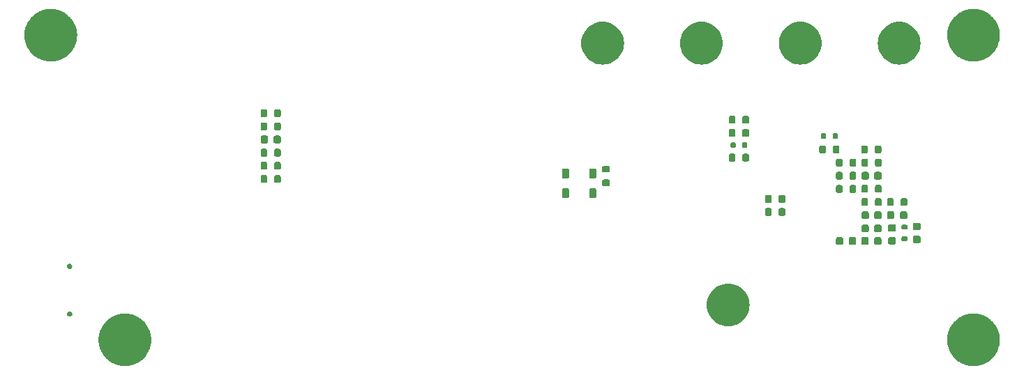
<source format=gbs>
G04 #@! TF.GenerationSoftware,KiCad,Pcbnew,7.0.8*
G04 #@! TF.CreationDate,2023-11-12T21:10:40-08:00*
G04 #@! TF.ProjectId,bms,626d732e-6b69-4636-9164-5f7063625858,V1*
G04 #@! TF.SameCoordinates,Original*
G04 #@! TF.FileFunction,Soldermask,Bot*
G04 #@! TF.FilePolarity,Negative*
%FSLAX46Y46*%
G04 Gerber Fmt 4.6, Leading zero omitted, Abs format (unit mm)*
G04 Created by KiCad (PCBNEW 7.0.8) date 2023-11-12 21:10:40*
%MOMM*%
%LPD*%
G01*
G04 APERTURE LIST*
G04 APERTURE END LIST*
G36*
X101584617Y-112804752D02*
G01*
X101673237Y-112804752D01*
X101767863Y-112815042D01*
X101858286Y-112820121D01*
X101936052Y-112833334D01*
X102017695Y-112842213D01*
X102117132Y-112864100D01*
X102212067Y-112880231D01*
X102282190Y-112900432D01*
X102356078Y-112916697D01*
X102458904Y-112951343D01*
X102556893Y-112979573D01*
X102618829Y-113005227D01*
X102684420Y-113027328D01*
X102789066Y-113075743D01*
X102888428Y-113116900D01*
X102941885Y-113146444D01*
X102998879Y-113172813D01*
X103103601Y-113235822D01*
X103202503Y-113290483D01*
X103247429Y-113322360D01*
X103295766Y-113351443D01*
X103398711Y-113429700D01*
X103495167Y-113498139D01*
X103531765Y-113530845D01*
X103571599Y-113561126D01*
X103670795Y-113655090D01*
X103762742Y-113737258D01*
X103791434Y-113769364D01*
X103823139Y-113799397D01*
X103916559Y-113909380D01*
X104001861Y-114004833D01*
X104023285Y-114035028D01*
X104047451Y-114063478D01*
X104133041Y-114189715D01*
X104209517Y-114297497D01*
X104224498Y-114324603D01*
X104241891Y-114350256D01*
X104317594Y-114493048D01*
X104383100Y-114611572D01*
X104392633Y-114634588D01*
X104404189Y-114656384D01*
X104468007Y-114816555D01*
X104520427Y-114943107D01*
X104525640Y-114961202D01*
X104532433Y-114978251D01*
X104582458Y-115158425D01*
X104619769Y-115287933D01*
X104621901Y-115300483D01*
X104625129Y-115312108D01*
X104659534Y-115521976D01*
X104679879Y-115641714D01*
X104680251Y-115648344D01*
X104681183Y-115654027D01*
X104698292Y-115969602D01*
X104700000Y-116000000D01*
X104698292Y-116030400D01*
X104681183Y-116345972D01*
X104680251Y-116351654D01*
X104679879Y-116358286D01*
X104659530Y-116478050D01*
X104625129Y-116687891D01*
X104621901Y-116699514D01*
X104619769Y-116712067D01*
X104582451Y-116841601D01*
X104532433Y-117021748D01*
X104525641Y-117038794D01*
X104520427Y-117056893D01*
X104467997Y-117183469D01*
X104404189Y-117343615D01*
X104392635Y-117365407D01*
X104383100Y-117388428D01*
X104317581Y-117506975D01*
X104241891Y-117649743D01*
X104224501Y-117675390D01*
X104209517Y-117702503D01*
X104133026Y-117810306D01*
X104047451Y-117936521D01*
X104023290Y-117964965D01*
X104001861Y-117995167D01*
X103916542Y-118090638D01*
X103823139Y-118200602D01*
X103791439Y-118230628D01*
X103762742Y-118262742D01*
X103670777Y-118344926D01*
X103571599Y-118438873D01*
X103531772Y-118469147D01*
X103495167Y-118501861D01*
X103398692Y-118570313D01*
X103295766Y-118648556D01*
X103247439Y-118677633D01*
X103202503Y-118709517D01*
X103103581Y-118764188D01*
X102998879Y-118827186D01*
X102941896Y-118853549D01*
X102888428Y-118883100D01*
X102789046Y-118924265D01*
X102684420Y-118972671D01*
X102618842Y-118994766D01*
X102556893Y-119020427D01*
X102458884Y-119048662D01*
X102356078Y-119083302D01*
X102282204Y-119099562D01*
X102212067Y-119119769D01*
X102117112Y-119135902D01*
X102017695Y-119157786D01*
X101936064Y-119166663D01*
X101858286Y-119179879D01*
X101767858Y-119184957D01*
X101673237Y-119195248D01*
X101584617Y-119195248D01*
X101500000Y-119200000D01*
X101415383Y-119195248D01*
X101326763Y-119195248D01*
X101232141Y-119184957D01*
X101141714Y-119179879D01*
X101063936Y-119166664D01*
X100982304Y-119157786D01*
X100882883Y-119135901D01*
X100787933Y-119119769D01*
X100717798Y-119099563D01*
X100643921Y-119083302D01*
X100541109Y-119048660D01*
X100443107Y-119020427D01*
X100381162Y-118994768D01*
X100315579Y-118972671D01*
X100210944Y-118924261D01*
X100111572Y-118883100D01*
X100058108Y-118853552D01*
X100001120Y-118827186D01*
X99896406Y-118764182D01*
X99797497Y-118709517D01*
X99752566Y-118677637D01*
X99704233Y-118648556D01*
X99601292Y-118570302D01*
X99504833Y-118501861D01*
X99468232Y-118469153D01*
X99428400Y-118438873D01*
X99329205Y-118344910D01*
X99237258Y-118262742D01*
X99208565Y-118230635D01*
X99176860Y-118200602D01*
X99083437Y-118090616D01*
X98998139Y-117995167D01*
X98976714Y-117964972D01*
X98952548Y-117936521D01*
X98866950Y-117810274D01*
X98790483Y-117702503D01*
X98775503Y-117675398D01*
X98758108Y-117649743D01*
X98682394Y-117506930D01*
X98616900Y-117388428D01*
X98607367Y-117365415D01*
X98595810Y-117343615D01*
X98531976Y-117183405D01*
X98479573Y-117056893D01*
X98474361Y-117038803D01*
X98467566Y-117021748D01*
X98417521Y-116841505D01*
X98380231Y-116712067D01*
X98378099Y-116699523D01*
X98374870Y-116687891D01*
X98340441Y-116477882D01*
X98320121Y-116358286D01*
X98319749Y-116351663D01*
X98318816Y-116345972D01*
X98301678Y-116029884D01*
X98300000Y-116000000D01*
X98301678Y-115970117D01*
X98318816Y-115654027D01*
X98319749Y-115648334D01*
X98320121Y-115641714D01*
X98340436Y-115522144D01*
X98374870Y-115312108D01*
X98378100Y-115300474D01*
X98380231Y-115287933D01*
X98417513Y-115158520D01*
X98467566Y-114978251D01*
X98474362Y-114961193D01*
X98479573Y-114943107D01*
X98531966Y-114816619D01*
X98595810Y-114656384D01*
X98607369Y-114634579D01*
X98616900Y-114611572D01*
X98682381Y-114493092D01*
X98758108Y-114350256D01*
X98775506Y-114324595D01*
X98790483Y-114297497D01*
X98866935Y-114189747D01*
X98952548Y-114063478D01*
X98976719Y-114035021D01*
X98998139Y-114004833D01*
X99083420Y-113909402D01*
X99176860Y-113799397D01*
X99208571Y-113769358D01*
X99237258Y-113737258D01*
X99329186Y-113655105D01*
X99428400Y-113561126D01*
X99468240Y-113530840D01*
X99504833Y-113498139D01*
X99601273Y-113429711D01*
X99704233Y-113351443D01*
X99752575Y-113322356D01*
X99797497Y-113290483D01*
X99896385Y-113235829D01*
X100001120Y-113172813D01*
X100058120Y-113146441D01*
X100111572Y-113116900D01*
X100210923Y-113075747D01*
X100315579Y-113027328D01*
X100381175Y-113005226D01*
X100443107Y-112979573D01*
X100541088Y-112951345D01*
X100643921Y-112916697D01*
X100717813Y-112900432D01*
X100787933Y-112880231D01*
X100882863Y-112864101D01*
X100982304Y-112842213D01*
X101063948Y-112833333D01*
X101141714Y-112820121D01*
X101232135Y-112815042D01*
X101326763Y-112804752D01*
X101415383Y-112804752D01*
X101500000Y-112800000D01*
X101584617Y-112804752D01*
G37*
G36*
X204584617Y-112804752D02*
G01*
X204673237Y-112804752D01*
X204767863Y-112815042D01*
X204858286Y-112820121D01*
X204936052Y-112833334D01*
X205017695Y-112842213D01*
X205117132Y-112864100D01*
X205212067Y-112880231D01*
X205282190Y-112900432D01*
X205356078Y-112916697D01*
X205458904Y-112951343D01*
X205556893Y-112979573D01*
X205618829Y-113005227D01*
X205684420Y-113027328D01*
X205789066Y-113075743D01*
X205888428Y-113116900D01*
X205941885Y-113146444D01*
X205998879Y-113172813D01*
X206103601Y-113235822D01*
X206202503Y-113290483D01*
X206247429Y-113322360D01*
X206295766Y-113351443D01*
X206398711Y-113429700D01*
X206495167Y-113498139D01*
X206531765Y-113530845D01*
X206571599Y-113561126D01*
X206670795Y-113655090D01*
X206762742Y-113737258D01*
X206791434Y-113769364D01*
X206823139Y-113799397D01*
X206916559Y-113909380D01*
X207001861Y-114004833D01*
X207023285Y-114035028D01*
X207047451Y-114063478D01*
X207133041Y-114189715D01*
X207209517Y-114297497D01*
X207224498Y-114324603D01*
X207241891Y-114350256D01*
X207317594Y-114493048D01*
X207383100Y-114611572D01*
X207392633Y-114634588D01*
X207404189Y-114656384D01*
X207468007Y-114816555D01*
X207520427Y-114943107D01*
X207525640Y-114961202D01*
X207532433Y-114978251D01*
X207582458Y-115158425D01*
X207619769Y-115287933D01*
X207621901Y-115300483D01*
X207625129Y-115312108D01*
X207659534Y-115521976D01*
X207679879Y-115641714D01*
X207680251Y-115648344D01*
X207681183Y-115654027D01*
X207698292Y-115969602D01*
X207700000Y-116000000D01*
X207698292Y-116030400D01*
X207681183Y-116345972D01*
X207680251Y-116351654D01*
X207679879Y-116358286D01*
X207659530Y-116478050D01*
X207625129Y-116687891D01*
X207621901Y-116699514D01*
X207619769Y-116712067D01*
X207582451Y-116841601D01*
X207532433Y-117021748D01*
X207525641Y-117038794D01*
X207520427Y-117056893D01*
X207467997Y-117183469D01*
X207404189Y-117343615D01*
X207392635Y-117365407D01*
X207383100Y-117388428D01*
X207317581Y-117506975D01*
X207241891Y-117649743D01*
X207224501Y-117675390D01*
X207209517Y-117702503D01*
X207133026Y-117810306D01*
X207047451Y-117936521D01*
X207023290Y-117964965D01*
X207001861Y-117995167D01*
X206916542Y-118090638D01*
X206823139Y-118200602D01*
X206791439Y-118230628D01*
X206762742Y-118262742D01*
X206670777Y-118344926D01*
X206571599Y-118438873D01*
X206531772Y-118469147D01*
X206495167Y-118501861D01*
X206398692Y-118570313D01*
X206295766Y-118648556D01*
X206247439Y-118677633D01*
X206202503Y-118709517D01*
X206103581Y-118764188D01*
X205998879Y-118827186D01*
X205941896Y-118853549D01*
X205888428Y-118883100D01*
X205789046Y-118924265D01*
X205684420Y-118972671D01*
X205618842Y-118994766D01*
X205556893Y-119020427D01*
X205458884Y-119048662D01*
X205356078Y-119083302D01*
X205282204Y-119099562D01*
X205212067Y-119119769D01*
X205117112Y-119135902D01*
X205017695Y-119157786D01*
X204936064Y-119166663D01*
X204858286Y-119179879D01*
X204767858Y-119184957D01*
X204673237Y-119195248D01*
X204584617Y-119195248D01*
X204500000Y-119200000D01*
X204415383Y-119195248D01*
X204326763Y-119195248D01*
X204232141Y-119184957D01*
X204141714Y-119179879D01*
X204063936Y-119166664D01*
X203982304Y-119157786D01*
X203882883Y-119135901D01*
X203787933Y-119119769D01*
X203717798Y-119099563D01*
X203643921Y-119083302D01*
X203541109Y-119048660D01*
X203443107Y-119020427D01*
X203381162Y-118994768D01*
X203315579Y-118972671D01*
X203210944Y-118924261D01*
X203111572Y-118883100D01*
X203058108Y-118853552D01*
X203001120Y-118827186D01*
X202896406Y-118764182D01*
X202797497Y-118709517D01*
X202752566Y-118677637D01*
X202704233Y-118648556D01*
X202601292Y-118570302D01*
X202504833Y-118501861D01*
X202468232Y-118469153D01*
X202428400Y-118438873D01*
X202329205Y-118344910D01*
X202237258Y-118262742D01*
X202208565Y-118230635D01*
X202176860Y-118200602D01*
X202083437Y-118090616D01*
X201998139Y-117995167D01*
X201976714Y-117964972D01*
X201952548Y-117936521D01*
X201866950Y-117810274D01*
X201790483Y-117702503D01*
X201775503Y-117675398D01*
X201758108Y-117649743D01*
X201682394Y-117506930D01*
X201616900Y-117388428D01*
X201607367Y-117365415D01*
X201595810Y-117343615D01*
X201531976Y-117183405D01*
X201479573Y-117056893D01*
X201474361Y-117038803D01*
X201467566Y-117021748D01*
X201417521Y-116841505D01*
X201380231Y-116712067D01*
X201378099Y-116699523D01*
X201374870Y-116687891D01*
X201340441Y-116477882D01*
X201320121Y-116358286D01*
X201319749Y-116351663D01*
X201318816Y-116345972D01*
X201301678Y-116029884D01*
X201300000Y-116000000D01*
X201301678Y-115970117D01*
X201318816Y-115654027D01*
X201319749Y-115648334D01*
X201320121Y-115641714D01*
X201340436Y-115522144D01*
X201374870Y-115312108D01*
X201378100Y-115300474D01*
X201380231Y-115287933D01*
X201417513Y-115158520D01*
X201467566Y-114978251D01*
X201474362Y-114961193D01*
X201479573Y-114943107D01*
X201531966Y-114816619D01*
X201595810Y-114656384D01*
X201607369Y-114634579D01*
X201616900Y-114611572D01*
X201682381Y-114493092D01*
X201758108Y-114350256D01*
X201775506Y-114324595D01*
X201790483Y-114297497D01*
X201866935Y-114189747D01*
X201952548Y-114063478D01*
X201976719Y-114035021D01*
X201998139Y-114004833D01*
X202083420Y-113909402D01*
X202176860Y-113799397D01*
X202208571Y-113769358D01*
X202237258Y-113737258D01*
X202329186Y-113655105D01*
X202428400Y-113561126D01*
X202468240Y-113530840D01*
X202504833Y-113498139D01*
X202601273Y-113429711D01*
X202704233Y-113351443D01*
X202752575Y-113322356D01*
X202797497Y-113290483D01*
X202896385Y-113235829D01*
X203001120Y-113172813D01*
X203058120Y-113146441D01*
X203111572Y-113116900D01*
X203210923Y-113075747D01*
X203315579Y-113027328D01*
X203381175Y-113005226D01*
X203443107Y-112979573D01*
X203541088Y-112951345D01*
X203643921Y-112916697D01*
X203717813Y-112900432D01*
X203787933Y-112880231D01*
X203882863Y-112864101D01*
X203982304Y-112842213D01*
X204063948Y-112833333D01*
X204141714Y-112820121D01*
X204232135Y-112815042D01*
X204326763Y-112804752D01*
X204415383Y-112804752D01*
X204500000Y-112800000D01*
X204584617Y-112804752D01*
G37*
G36*
X175038269Y-109193831D02*
G01*
X175347095Y-109250425D01*
X175646847Y-109343832D01*
X175933154Y-109472688D01*
X176201842Y-109635116D01*
X176448993Y-109828746D01*
X176671002Y-110050755D01*
X176864632Y-110297906D01*
X177027060Y-110566594D01*
X177155916Y-110852901D01*
X177249323Y-111152653D01*
X177305917Y-111461479D01*
X177324874Y-111774874D01*
X177305917Y-112088269D01*
X177249323Y-112397095D01*
X177155916Y-112696847D01*
X177027060Y-112983154D01*
X176864632Y-113251842D01*
X176671002Y-113498993D01*
X176448993Y-113721002D01*
X176201842Y-113914632D01*
X175933154Y-114077060D01*
X175646847Y-114205916D01*
X175347095Y-114299323D01*
X175038269Y-114355917D01*
X174724874Y-114374874D01*
X174411479Y-114355917D01*
X174102653Y-114299323D01*
X173802901Y-114205916D01*
X173516594Y-114077060D01*
X173247906Y-113914632D01*
X173000755Y-113721002D01*
X172778746Y-113498993D01*
X172585116Y-113251842D01*
X172422688Y-112983154D01*
X172293832Y-112696847D01*
X172200425Y-112397095D01*
X172143831Y-112088269D01*
X172124874Y-111774874D01*
X172143831Y-111461479D01*
X172200425Y-111152653D01*
X172293832Y-110852901D01*
X172422688Y-110566594D01*
X172585116Y-110297906D01*
X172778746Y-110050755D01*
X173000755Y-109828746D01*
X173247906Y-109635116D01*
X173516594Y-109472688D01*
X173802901Y-109343832D01*
X174102653Y-109250425D01*
X174411479Y-109193831D01*
X174724874Y-109174874D01*
X175038269Y-109193831D01*
G37*
G36*
X94817900Y-112544811D02*
G01*
X94846310Y-112544811D01*
X94868197Y-112552777D01*
X94890152Y-112556255D01*
X94921161Y-112572055D01*
X94952374Y-112583416D01*
X94966158Y-112594982D01*
X94980608Y-112602345D01*
X95010205Y-112631942D01*
X95038838Y-112655968D01*
X95045131Y-112666868D01*
X95052402Y-112674139D01*
X95075485Y-112719443D01*
X95095274Y-112753717D01*
X95096504Y-112760693D01*
X95098492Y-112764595D01*
X95109969Y-112837057D01*
X95114874Y-112864874D01*
X95109968Y-112892692D01*
X95098492Y-112965152D01*
X95096504Y-112969052D01*
X95095274Y-112976031D01*
X95075481Y-113010312D01*
X95052402Y-113055608D01*
X95045132Y-113062877D01*
X95038838Y-113073780D01*
X95010198Y-113097811D01*
X94980608Y-113127402D01*
X94966161Y-113134762D01*
X94952374Y-113146332D01*
X94921155Y-113157694D01*
X94890152Y-113173492D01*
X94868202Y-113176968D01*
X94846310Y-113184937D01*
X94817894Y-113184937D01*
X94789874Y-113189375D01*
X94761854Y-113184937D01*
X94733438Y-113184937D01*
X94711545Y-113176968D01*
X94689595Y-113173492D01*
X94658589Y-113157693D01*
X94627374Y-113146332D01*
X94613588Y-113134764D01*
X94599139Y-113127402D01*
X94569542Y-113097805D01*
X94540910Y-113073780D01*
X94534616Y-113062879D01*
X94527345Y-113055608D01*
X94504257Y-113010297D01*
X94484474Y-112976031D01*
X94483244Y-112969055D01*
X94481255Y-112965152D01*
X94469769Y-112892637D01*
X94464874Y-112864874D01*
X94469768Y-112837113D01*
X94481255Y-112764595D01*
X94483244Y-112760690D01*
X94484474Y-112753717D01*
X94504253Y-112719458D01*
X94527345Y-112674139D01*
X94534617Y-112666866D01*
X94540910Y-112655968D01*
X94569536Y-112631947D01*
X94599139Y-112602345D01*
X94613591Y-112594981D01*
X94627374Y-112583416D01*
X94658582Y-112572056D01*
X94689595Y-112556255D01*
X94711550Y-112552777D01*
X94733438Y-112544811D01*
X94761848Y-112544811D01*
X94789874Y-112540372D01*
X94817900Y-112544811D01*
G37*
G36*
X94817900Y-106764811D02*
G01*
X94846310Y-106764811D01*
X94868197Y-106772777D01*
X94890152Y-106776255D01*
X94921161Y-106792055D01*
X94952374Y-106803416D01*
X94966158Y-106814982D01*
X94980608Y-106822345D01*
X95010205Y-106851942D01*
X95038838Y-106875968D01*
X95045131Y-106886868D01*
X95052402Y-106894139D01*
X95075485Y-106939443D01*
X95095274Y-106973717D01*
X95096504Y-106980693D01*
X95098492Y-106984595D01*
X95109969Y-107057057D01*
X95114874Y-107084874D01*
X95109968Y-107112692D01*
X95098492Y-107185152D01*
X95096504Y-107189052D01*
X95095274Y-107196031D01*
X95075481Y-107230312D01*
X95052402Y-107275608D01*
X95045132Y-107282877D01*
X95038838Y-107293780D01*
X95010198Y-107317811D01*
X94980608Y-107347402D01*
X94966161Y-107354762D01*
X94952374Y-107366332D01*
X94921155Y-107377694D01*
X94890152Y-107393492D01*
X94868202Y-107396968D01*
X94846310Y-107404937D01*
X94817894Y-107404937D01*
X94789874Y-107409375D01*
X94761854Y-107404937D01*
X94733438Y-107404937D01*
X94711545Y-107396968D01*
X94689595Y-107393492D01*
X94658589Y-107377693D01*
X94627374Y-107366332D01*
X94613588Y-107354764D01*
X94599139Y-107347402D01*
X94569542Y-107317805D01*
X94540910Y-107293780D01*
X94534616Y-107282879D01*
X94527345Y-107275608D01*
X94504257Y-107230297D01*
X94484474Y-107196031D01*
X94483244Y-107189055D01*
X94481255Y-107185152D01*
X94469769Y-107112637D01*
X94464874Y-107084874D01*
X94469768Y-107057113D01*
X94481255Y-106984595D01*
X94483244Y-106980690D01*
X94484474Y-106973717D01*
X94504253Y-106939458D01*
X94527345Y-106894139D01*
X94534617Y-106886866D01*
X94540910Y-106875968D01*
X94569536Y-106851947D01*
X94599139Y-106822345D01*
X94613591Y-106814981D01*
X94627374Y-106803416D01*
X94658582Y-106792056D01*
X94689595Y-106776255D01*
X94711550Y-106772777D01*
X94733438Y-106764811D01*
X94761848Y-106764811D01*
X94789874Y-106760372D01*
X94817900Y-106764811D01*
G37*
G36*
X188561104Y-103542127D02*
G01*
X188634099Y-103590901D01*
X188682873Y-103663896D01*
X188700000Y-103750000D01*
X188700000Y-104250000D01*
X188682873Y-104336104D01*
X188634099Y-104409099D01*
X188561104Y-104457873D01*
X188475000Y-104475000D01*
X188025000Y-104475000D01*
X187938896Y-104457873D01*
X187865901Y-104409099D01*
X187817127Y-104336104D01*
X187800000Y-104250000D01*
X187800000Y-103750000D01*
X187817127Y-103663896D01*
X187865901Y-103590901D01*
X187938896Y-103542127D01*
X188025000Y-103525000D01*
X188475000Y-103525000D01*
X188561104Y-103542127D01*
G37*
G36*
X190111104Y-103542127D02*
G01*
X190184099Y-103590901D01*
X190232873Y-103663896D01*
X190250000Y-103750000D01*
X190250000Y-104250000D01*
X190232873Y-104336104D01*
X190184099Y-104409099D01*
X190111104Y-104457873D01*
X190025000Y-104475000D01*
X189575000Y-104475000D01*
X189488896Y-104457873D01*
X189415901Y-104409099D01*
X189367127Y-104336104D01*
X189350000Y-104250000D01*
X189350000Y-103750000D01*
X189367127Y-103663896D01*
X189415901Y-103590901D01*
X189488896Y-103542127D01*
X189575000Y-103525000D01*
X190025000Y-103525000D01*
X190111104Y-103542127D01*
G37*
G36*
X191636104Y-103542127D02*
G01*
X191709099Y-103590901D01*
X191757873Y-103663896D01*
X191775000Y-103750000D01*
X191775000Y-104250000D01*
X191757873Y-104336104D01*
X191709099Y-104409099D01*
X191636104Y-104457873D01*
X191550000Y-104475000D01*
X191100000Y-104475000D01*
X191013896Y-104457873D01*
X190940901Y-104409099D01*
X190892127Y-104336104D01*
X190875000Y-104250000D01*
X190875000Y-103750000D01*
X190892127Y-103663896D01*
X190940901Y-103590901D01*
X191013896Y-103542127D01*
X191100000Y-103525000D01*
X191550000Y-103525000D01*
X191636104Y-103542127D01*
G37*
G36*
X193186104Y-103542127D02*
G01*
X193259099Y-103590901D01*
X193307873Y-103663896D01*
X193325000Y-103750000D01*
X193325000Y-104250000D01*
X193307873Y-104336104D01*
X193259099Y-104409099D01*
X193186104Y-104457873D01*
X193100000Y-104475000D01*
X192650000Y-104475000D01*
X192563896Y-104457873D01*
X192490901Y-104409099D01*
X192442127Y-104336104D01*
X192425000Y-104250000D01*
X192425000Y-103750000D01*
X192442127Y-103663896D01*
X192490901Y-103590901D01*
X192563896Y-103542127D01*
X192650000Y-103525000D01*
X193100000Y-103525000D01*
X193186104Y-103542127D01*
G37*
G36*
X194948635Y-103538474D02*
G01*
X195021630Y-103587248D01*
X195070404Y-103660243D01*
X195087531Y-103746347D01*
X195087531Y-104196347D01*
X195070404Y-104282451D01*
X195021630Y-104355446D01*
X194948635Y-104404220D01*
X194862531Y-104421347D01*
X194362531Y-104421347D01*
X194276427Y-104404220D01*
X194203432Y-104355446D01*
X194154658Y-104282451D01*
X194137531Y-104196347D01*
X194137531Y-103746347D01*
X194154658Y-103660243D01*
X194203432Y-103587248D01*
X194276427Y-103538474D01*
X194362531Y-103521347D01*
X194862531Y-103521347D01*
X194948635Y-103538474D01*
G37*
G36*
X197949982Y-103365464D02*
G01*
X198022977Y-103414238D01*
X198071751Y-103487233D01*
X198088878Y-103573337D01*
X198088878Y-104023337D01*
X198071751Y-104109441D01*
X198022977Y-104182436D01*
X197949982Y-104231210D01*
X197863878Y-104248337D01*
X197363878Y-104248337D01*
X197277774Y-104231210D01*
X197204779Y-104182436D01*
X197156005Y-104109441D01*
X197138878Y-104023337D01*
X197138878Y-103573337D01*
X197156005Y-103487233D01*
X197204779Y-103414238D01*
X197277774Y-103365464D01*
X197363878Y-103348337D01*
X197863878Y-103348337D01*
X197949982Y-103365464D01*
G37*
G36*
X196369934Y-103440265D02*
G01*
X196418597Y-103472781D01*
X196451113Y-103521444D01*
X196462531Y-103578847D01*
X196462531Y-103878847D01*
X196451113Y-103936250D01*
X196418597Y-103984913D01*
X196369934Y-104017429D01*
X196312531Y-104028847D01*
X195912531Y-104028847D01*
X195855128Y-104017429D01*
X195806465Y-103984913D01*
X195773949Y-103936250D01*
X195762531Y-103878847D01*
X195762531Y-103578847D01*
X195773949Y-103521444D01*
X195806465Y-103472781D01*
X195855128Y-103440265D01*
X195912531Y-103428847D01*
X196312531Y-103428847D01*
X196369934Y-103440265D01*
G37*
G36*
X191660978Y-102004501D02*
G01*
X191733973Y-102053275D01*
X191782747Y-102126270D01*
X191799874Y-102212374D01*
X191799874Y-102712374D01*
X191782747Y-102798478D01*
X191733973Y-102871473D01*
X191660978Y-102920247D01*
X191574874Y-102937374D01*
X191124874Y-102937374D01*
X191038770Y-102920247D01*
X190965775Y-102871473D01*
X190917001Y-102798478D01*
X190899874Y-102712374D01*
X190899874Y-102212374D01*
X190917001Y-102126270D01*
X190965775Y-102053275D01*
X191038770Y-102004501D01*
X191124874Y-101987374D01*
X191574874Y-101987374D01*
X191660978Y-102004501D01*
G37*
G36*
X193210978Y-102004501D02*
G01*
X193283973Y-102053275D01*
X193332747Y-102126270D01*
X193349874Y-102212374D01*
X193349874Y-102712374D01*
X193332747Y-102798478D01*
X193283973Y-102871473D01*
X193210978Y-102920247D01*
X193124874Y-102937374D01*
X192674874Y-102937374D01*
X192588770Y-102920247D01*
X192515775Y-102871473D01*
X192467001Y-102798478D01*
X192449874Y-102712374D01*
X192449874Y-102212374D01*
X192467001Y-102126270D01*
X192515775Y-102053275D01*
X192588770Y-102004501D01*
X192674874Y-101987374D01*
X193124874Y-101987374D01*
X193210978Y-102004501D01*
G37*
G36*
X194948635Y-101988474D02*
G01*
X195021630Y-102037248D01*
X195070404Y-102110243D01*
X195087531Y-102196347D01*
X195087531Y-102646347D01*
X195070404Y-102732451D01*
X195021630Y-102805446D01*
X194948635Y-102854220D01*
X194862531Y-102871347D01*
X194362531Y-102871347D01*
X194276427Y-102854220D01*
X194203432Y-102805446D01*
X194154658Y-102732451D01*
X194137531Y-102646347D01*
X194137531Y-102196347D01*
X194154658Y-102110243D01*
X194203432Y-102037248D01*
X194276427Y-101988474D01*
X194362531Y-101971347D01*
X194862531Y-101971347D01*
X194948635Y-101988474D01*
G37*
G36*
X197949982Y-101815464D02*
G01*
X198022977Y-101864238D01*
X198071751Y-101937233D01*
X198088878Y-102023337D01*
X198088878Y-102473337D01*
X198071751Y-102559441D01*
X198022977Y-102632436D01*
X197949982Y-102681210D01*
X197863878Y-102698337D01*
X197363878Y-102698337D01*
X197277774Y-102681210D01*
X197204779Y-102632436D01*
X197156005Y-102559441D01*
X197138878Y-102473337D01*
X197138878Y-102023337D01*
X197156005Y-101937233D01*
X197204779Y-101864238D01*
X197277774Y-101815464D01*
X197363878Y-101798337D01*
X197863878Y-101798337D01*
X197949982Y-101815464D01*
G37*
G36*
X196369934Y-102040265D02*
G01*
X196418597Y-102072781D01*
X196451113Y-102121444D01*
X196462531Y-102178847D01*
X196462531Y-102478847D01*
X196451113Y-102536250D01*
X196418597Y-102584913D01*
X196369934Y-102617429D01*
X196312531Y-102628847D01*
X195912531Y-102628847D01*
X195855128Y-102617429D01*
X195806465Y-102584913D01*
X195773949Y-102536250D01*
X195762531Y-102478847D01*
X195762531Y-102178847D01*
X195773949Y-102121444D01*
X195806465Y-102072781D01*
X195855128Y-102040265D01*
X195912531Y-102028847D01*
X196312531Y-102028847D01*
X196369934Y-102040265D01*
G37*
G36*
X191660978Y-100404501D02*
G01*
X191733973Y-100453275D01*
X191782747Y-100526270D01*
X191799874Y-100612374D01*
X191799874Y-101112374D01*
X191782747Y-101198478D01*
X191733973Y-101271473D01*
X191660978Y-101320247D01*
X191574874Y-101337374D01*
X191124874Y-101337374D01*
X191038770Y-101320247D01*
X190965775Y-101271473D01*
X190917001Y-101198478D01*
X190899874Y-101112374D01*
X190899874Y-100612374D01*
X190917001Y-100526270D01*
X190965775Y-100453275D01*
X191038770Y-100404501D01*
X191124874Y-100387374D01*
X191574874Y-100387374D01*
X191660978Y-100404501D01*
G37*
G36*
X193210978Y-100404501D02*
G01*
X193283973Y-100453275D01*
X193332747Y-100526270D01*
X193349874Y-100612374D01*
X193349874Y-101112374D01*
X193332747Y-101198478D01*
X193283973Y-101271473D01*
X193210978Y-101320247D01*
X193124874Y-101337374D01*
X192674874Y-101337374D01*
X192588770Y-101320247D01*
X192515775Y-101271473D01*
X192467001Y-101198478D01*
X192449874Y-101112374D01*
X192449874Y-100612374D01*
X192467001Y-100526270D01*
X192515775Y-100453275D01*
X192588770Y-100404501D01*
X192674874Y-100387374D01*
X193124874Y-100387374D01*
X193210978Y-100404501D01*
G37*
G36*
X194760978Y-100404501D02*
G01*
X194833973Y-100453275D01*
X194882747Y-100526270D01*
X194899874Y-100612374D01*
X194899874Y-101112374D01*
X194882747Y-101198478D01*
X194833973Y-101271473D01*
X194760978Y-101320247D01*
X194674874Y-101337374D01*
X194224874Y-101337374D01*
X194138770Y-101320247D01*
X194065775Y-101271473D01*
X194017001Y-101198478D01*
X193999874Y-101112374D01*
X193999874Y-100612374D01*
X194017001Y-100526270D01*
X194065775Y-100453275D01*
X194138770Y-100404501D01*
X194224874Y-100387374D01*
X194674874Y-100387374D01*
X194760978Y-100404501D01*
G37*
G36*
X196310978Y-100404501D02*
G01*
X196383973Y-100453275D01*
X196432747Y-100526270D01*
X196449874Y-100612374D01*
X196449874Y-101112374D01*
X196432747Y-101198478D01*
X196383973Y-101271473D01*
X196310978Y-101320247D01*
X196224874Y-101337374D01*
X195774874Y-101337374D01*
X195688770Y-101320247D01*
X195615775Y-101271473D01*
X195567001Y-101198478D01*
X195549874Y-101112374D01*
X195549874Y-100612374D01*
X195567001Y-100526270D01*
X195615775Y-100453275D01*
X195688770Y-100404501D01*
X195774874Y-100387374D01*
X196224874Y-100387374D01*
X196310978Y-100404501D01*
G37*
G36*
X179876411Y-100015098D02*
G01*
X179941295Y-100058453D01*
X179984650Y-100123337D01*
X179999874Y-100199874D01*
X179999874Y-100749874D01*
X179984650Y-100826411D01*
X179941295Y-100891295D01*
X179876411Y-100934650D01*
X179799874Y-100949874D01*
X179399874Y-100949874D01*
X179323337Y-100934650D01*
X179258453Y-100891295D01*
X179215098Y-100826411D01*
X179199874Y-100749874D01*
X179199874Y-100199874D01*
X179215098Y-100123337D01*
X179258453Y-100058453D01*
X179323337Y-100015098D01*
X179399874Y-99999874D01*
X179799874Y-99999874D01*
X179876411Y-100015098D01*
G37*
G36*
X181526411Y-100015098D02*
G01*
X181591295Y-100058453D01*
X181634650Y-100123337D01*
X181649874Y-100199874D01*
X181649874Y-100749874D01*
X181634650Y-100826411D01*
X181591295Y-100891295D01*
X181526411Y-100934650D01*
X181449874Y-100949874D01*
X181049874Y-100949874D01*
X180973337Y-100934650D01*
X180908453Y-100891295D01*
X180865098Y-100826411D01*
X180849874Y-100749874D01*
X180849874Y-100199874D01*
X180865098Y-100123337D01*
X180908453Y-100058453D01*
X180973337Y-100015098D01*
X181049874Y-99999874D01*
X181449874Y-99999874D01*
X181526411Y-100015098D01*
G37*
G36*
X191576411Y-98815098D02*
G01*
X191641295Y-98858453D01*
X191684650Y-98923337D01*
X191699874Y-98999874D01*
X191699874Y-99549874D01*
X191684650Y-99626411D01*
X191641295Y-99691295D01*
X191576411Y-99734650D01*
X191499874Y-99749874D01*
X191099874Y-99749874D01*
X191023337Y-99734650D01*
X190958453Y-99691295D01*
X190915098Y-99626411D01*
X190899874Y-99549874D01*
X190899874Y-98999874D01*
X190915098Y-98923337D01*
X190958453Y-98858453D01*
X191023337Y-98815098D01*
X191099874Y-98799874D01*
X191499874Y-98799874D01*
X191576411Y-98815098D01*
G37*
G36*
X193226411Y-98815098D02*
G01*
X193291295Y-98858453D01*
X193334650Y-98923337D01*
X193349874Y-98999874D01*
X193349874Y-99549874D01*
X193334650Y-99626411D01*
X193291295Y-99691295D01*
X193226411Y-99734650D01*
X193149874Y-99749874D01*
X192749874Y-99749874D01*
X192673337Y-99734650D01*
X192608453Y-99691295D01*
X192565098Y-99626411D01*
X192549874Y-99549874D01*
X192549874Y-98999874D01*
X192565098Y-98923337D01*
X192608453Y-98858453D01*
X192673337Y-98815098D01*
X192749874Y-98799874D01*
X193149874Y-98799874D01*
X193226411Y-98815098D01*
G37*
G36*
X194676411Y-98802598D02*
G01*
X194741295Y-98845953D01*
X194784650Y-98910837D01*
X194799874Y-98987374D01*
X194799874Y-99537374D01*
X194784650Y-99613911D01*
X194741295Y-99678795D01*
X194676411Y-99722150D01*
X194599874Y-99737374D01*
X194199874Y-99737374D01*
X194123337Y-99722150D01*
X194058453Y-99678795D01*
X194015098Y-99613911D01*
X193999874Y-99537374D01*
X193999874Y-98987374D01*
X194015098Y-98910837D01*
X194058453Y-98845953D01*
X194123337Y-98802598D01*
X194199874Y-98787374D01*
X194599874Y-98787374D01*
X194676411Y-98802598D01*
G37*
G36*
X196326411Y-98802598D02*
G01*
X196391295Y-98845953D01*
X196434650Y-98910837D01*
X196449874Y-98987374D01*
X196449874Y-99537374D01*
X196434650Y-99613911D01*
X196391295Y-99678795D01*
X196326411Y-99722150D01*
X196249874Y-99737374D01*
X195849874Y-99737374D01*
X195773337Y-99722150D01*
X195708453Y-99678795D01*
X195665098Y-99613911D01*
X195649874Y-99537374D01*
X195649874Y-98987374D01*
X195665098Y-98910837D01*
X195708453Y-98845953D01*
X195773337Y-98802598D01*
X195849874Y-98787374D01*
X196249874Y-98787374D01*
X196326411Y-98802598D01*
G37*
G36*
X179876411Y-98415098D02*
G01*
X179941295Y-98458453D01*
X179984650Y-98523337D01*
X179999874Y-98599874D01*
X179999874Y-99149874D01*
X179984650Y-99226411D01*
X179941295Y-99291295D01*
X179876411Y-99334650D01*
X179799874Y-99349874D01*
X179399874Y-99349874D01*
X179323337Y-99334650D01*
X179258453Y-99291295D01*
X179215098Y-99226411D01*
X179199874Y-99149874D01*
X179199874Y-98599874D01*
X179215098Y-98523337D01*
X179258453Y-98458453D01*
X179323337Y-98415098D01*
X179399874Y-98399874D01*
X179799874Y-98399874D01*
X179876411Y-98415098D01*
G37*
G36*
X181526411Y-98415098D02*
G01*
X181591295Y-98458453D01*
X181634650Y-98523337D01*
X181649874Y-98599874D01*
X181649874Y-99149874D01*
X181634650Y-99226411D01*
X181591295Y-99291295D01*
X181526411Y-99334650D01*
X181449874Y-99349874D01*
X181049874Y-99349874D01*
X180973337Y-99334650D01*
X180908453Y-99291295D01*
X180865098Y-99226411D01*
X180849874Y-99149874D01*
X180849874Y-98599874D01*
X180865098Y-98523337D01*
X180908453Y-98458453D01*
X180973337Y-98415098D01*
X181049874Y-98399874D01*
X181449874Y-98399874D01*
X181526411Y-98415098D01*
G37*
G36*
X155311104Y-97617127D02*
G01*
X155384099Y-97665901D01*
X155432873Y-97738896D01*
X155450000Y-97825000D01*
X155450000Y-98575000D01*
X155432873Y-98661104D01*
X155384099Y-98734099D01*
X155311104Y-98782873D01*
X155225000Y-98800000D01*
X154775000Y-98800000D01*
X154688896Y-98782873D01*
X154615901Y-98734099D01*
X154567127Y-98661104D01*
X154550000Y-98575000D01*
X154550000Y-97825000D01*
X154567127Y-97738896D01*
X154615901Y-97665901D01*
X154688896Y-97617127D01*
X154775000Y-97600000D01*
X155225000Y-97600000D01*
X155311104Y-97617127D01*
G37*
G36*
X158611104Y-97617127D02*
G01*
X158684099Y-97665901D01*
X158732873Y-97738896D01*
X158750000Y-97825000D01*
X158750000Y-98575000D01*
X158732873Y-98661104D01*
X158684099Y-98734099D01*
X158611104Y-98782873D01*
X158525000Y-98800000D01*
X158075000Y-98800000D01*
X157988896Y-98782873D01*
X157915901Y-98734099D01*
X157867127Y-98661104D01*
X157850000Y-98575000D01*
X157850000Y-97825000D01*
X157867127Y-97738896D01*
X157915901Y-97665901D01*
X157988896Y-97617127D01*
X158075000Y-97600000D01*
X158525000Y-97600000D01*
X158611104Y-97617127D01*
G37*
G36*
X188476411Y-97215098D02*
G01*
X188541295Y-97258453D01*
X188584650Y-97323337D01*
X188599874Y-97399874D01*
X188599874Y-97949874D01*
X188584650Y-98026411D01*
X188541295Y-98091295D01*
X188476411Y-98134650D01*
X188399874Y-98149874D01*
X187999874Y-98149874D01*
X187923337Y-98134650D01*
X187858453Y-98091295D01*
X187815098Y-98026411D01*
X187799874Y-97949874D01*
X187799874Y-97399874D01*
X187815098Y-97323337D01*
X187858453Y-97258453D01*
X187923337Y-97215098D01*
X187999874Y-97199874D01*
X188399874Y-97199874D01*
X188476411Y-97215098D01*
G37*
G36*
X190126411Y-97215098D02*
G01*
X190191295Y-97258453D01*
X190234650Y-97323337D01*
X190249874Y-97399874D01*
X190249874Y-97949874D01*
X190234650Y-98026411D01*
X190191295Y-98091295D01*
X190126411Y-98134650D01*
X190049874Y-98149874D01*
X189649874Y-98149874D01*
X189573337Y-98134650D01*
X189508453Y-98091295D01*
X189465098Y-98026411D01*
X189449874Y-97949874D01*
X189449874Y-97399874D01*
X189465098Y-97323337D01*
X189508453Y-97258453D01*
X189573337Y-97215098D01*
X189649874Y-97199874D01*
X190049874Y-97199874D01*
X190126411Y-97215098D01*
G37*
G36*
X191576411Y-97202598D02*
G01*
X191641295Y-97245953D01*
X191684650Y-97310837D01*
X191699874Y-97387374D01*
X191699874Y-97937374D01*
X191684650Y-98013911D01*
X191641295Y-98078795D01*
X191576411Y-98122150D01*
X191499874Y-98137374D01*
X191099874Y-98137374D01*
X191023337Y-98122150D01*
X190958453Y-98078795D01*
X190915098Y-98013911D01*
X190899874Y-97937374D01*
X190899874Y-97387374D01*
X190915098Y-97310837D01*
X190958453Y-97245953D01*
X191023337Y-97202598D01*
X191099874Y-97187374D01*
X191499874Y-97187374D01*
X191576411Y-97202598D01*
G37*
G36*
X193226411Y-97202598D02*
G01*
X193291295Y-97245953D01*
X193334650Y-97310837D01*
X193349874Y-97387374D01*
X193349874Y-97937374D01*
X193334650Y-98013911D01*
X193291295Y-98078795D01*
X193226411Y-98122150D01*
X193149874Y-98137374D01*
X192749874Y-98137374D01*
X192673337Y-98122150D01*
X192608453Y-98078795D01*
X192565098Y-98013911D01*
X192549874Y-97937374D01*
X192549874Y-97387374D01*
X192565098Y-97310837D01*
X192608453Y-97245953D01*
X192673337Y-97202598D01*
X192749874Y-97187374D01*
X193149874Y-97187374D01*
X193226411Y-97202598D01*
G37*
G36*
X160251537Y-96540224D02*
G01*
X160316421Y-96583579D01*
X160359776Y-96648463D01*
X160375000Y-96725000D01*
X160375000Y-97125000D01*
X160359776Y-97201537D01*
X160316421Y-97266421D01*
X160251537Y-97309776D01*
X160175000Y-97325000D01*
X159625000Y-97325000D01*
X159548463Y-97309776D01*
X159483579Y-97266421D01*
X159440224Y-97201537D01*
X159425000Y-97125000D01*
X159425000Y-96725000D01*
X159440224Y-96648463D01*
X159483579Y-96583579D01*
X159548463Y-96540224D01*
X159625000Y-96525000D01*
X160175000Y-96525000D01*
X160251537Y-96540224D01*
G37*
G36*
X118651537Y-96015098D02*
G01*
X118716421Y-96058453D01*
X118759776Y-96123337D01*
X118775000Y-96199874D01*
X118775000Y-96749874D01*
X118759776Y-96826411D01*
X118716421Y-96891295D01*
X118651537Y-96934650D01*
X118575000Y-96949874D01*
X118175000Y-96949874D01*
X118098463Y-96934650D01*
X118033579Y-96891295D01*
X117990224Y-96826411D01*
X117975000Y-96749874D01*
X117975000Y-96199874D01*
X117990224Y-96123337D01*
X118033579Y-96058453D01*
X118098463Y-96015098D01*
X118175000Y-95999874D01*
X118575000Y-95999874D01*
X118651537Y-96015098D01*
G37*
G36*
X120301537Y-96015098D02*
G01*
X120366421Y-96058453D01*
X120409776Y-96123337D01*
X120425000Y-96199874D01*
X120425000Y-96749874D01*
X120409776Y-96826411D01*
X120366421Y-96891295D01*
X120301537Y-96934650D01*
X120225000Y-96949874D01*
X119825000Y-96949874D01*
X119748463Y-96934650D01*
X119683579Y-96891295D01*
X119640224Y-96826411D01*
X119625000Y-96749874D01*
X119625000Y-96199874D01*
X119640224Y-96123337D01*
X119683579Y-96058453D01*
X119748463Y-96015098D01*
X119825000Y-95999874D01*
X120225000Y-95999874D01*
X120301537Y-96015098D01*
G37*
G36*
X188476411Y-95615098D02*
G01*
X188541295Y-95658453D01*
X188584650Y-95723337D01*
X188599874Y-95799874D01*
X188599874Y-96349874D01*
X188584650Y-96426411D01*
X188541295Y-96491295D01*
X188476411Y-96534650D01*
X188399874Y-96549874D01*
X187999874Y-96549874D01*
X187923337Y-96534650D01*
X187858453Y-96491295D01*
X187815098Y-96426411D01*
X187799874Y-96349874D01*
X187799874Y-95799874D01*
X187815098Y-95723337D01*
X187858453Y-95658453D01*
X187923337Y-95615098D01*
X187999874Y-95599874D01*
X188399874Y-95599874D01*
X188476411Y-95615098D01*
G37*
G36*
X190126411Y-95615098D02*
G01*
X190191295Y-95658453D01*
X190234650Y-95723337D01*
X190249874Y-95799874D01*
X190249874Y-96349874D01*
X190234650Y-96426411D01*
X190191295Y-96491295D01*
X190126411Y-96534650D01*
X190049874Y-96549874D01*
X189649874Y-96549874D01*
X189573337Y-96534650D01*
X189508453Y-96491295D01*
X189465098Y-96426411D01*
X189449874Y-96349874D01*
X189449874Y-95799874D01*
X189465098Y-95723337D01*
X189508453Y-95658453D01*
X189573337Y-95615098D01*
X189649874Y-95599874D01*
X190049874Y-95599874D01*
X190126411Y-95615098D01*
G37*
G36*
X191660978Y-95617001D02*
G01*
X191733973Y-95665775D01*
X191782747Y-95738770D01*
X191799874Y-95824874D01*
X191799874Y-96324874D01*
X191782747Y-96410978D01*
X191733973Y-96483973D01*
X191660978Y-96532747D01*
X191574874Y-96549874D01*
X191124874Y-96549874D01*
X191038770Y-96532747D01*
X190965775Y-96483973D01*
X190917001Y-96410978D01*
X190899874Y-96324874D01*
X190899874Y-95824874D01*
X190917001Y-95738770D01*
X190965775Y-95665775D01*
X191038770Y-95617001D01*
X191124874Y-95599874D01*
X191574874Y-95599874D01*
X191660978Y-95617001D01*
G37*
G36*
X193210978Y-95617001D02*
G01*
X193283973Y-95665775D01*
X193332747Y-95738770D01*
X193349874Y-95824874D01*
X193349874Y-96324874D01*
X193332747Y-96410978D01*
X193283973Y-96483973D01*
X193210978Y-96532747D01*
X193124874Y-96549874D01*
X192674874Y-96549874D01*
X192588770Y-96532747D01*
X192515775Y-96483973D01*
X192467001Y-96410978D01*
X192449874Y-96324874D01*
X192449874Y-95824874D01*
X192467001Y-95738770D01*
X192515775Y-95665775D01*
X192588770Y-95617001D01*
X192674874Y-95599874D01*
X193124874Y-95599874D01*
X193210978Y-95617001D01*
G37*
G36*
X155311104Y-95217127D02*
G01*
X155384099Y-95265901D01*
X155432873Y-95338896D01*
X155450000Y-95425000D01*
X155450000Y-96175000D01*
X155432873Y-96261104D01*
X155384099Y-96334099D01*
X155311104Y-96382873D01*
X155225000Y-96400000D01*
X154775000Y-96400000D01*
X154688896Y-96382873D01*
X154615901Y-96334099D01*
X154567127Y-96261104D01*
X154550000Y-96175000D01*
X154550000Y-95425000D01*
X154567127Y-95338896D01*
X154615901Y-95265901D01*
X154688896Y-95217127D01*
X154775000Y-95200000D01*
X155225000Y-95200000D01*
X155311104Y-95217127D01*
G37*
G36*
X158611104Y-95217127D02*
G01*
X158684099Y-95265901D01*
X158732873Y-95338896D01*
X158750000Y-95425000D01*
X158750000Y-96175000D01*
X158732873Y-96261104D01*
X158684099Y-96334099D01*
X158611104Y-96382873D01*
X158525000Y-96400000D01*
X158075000Y-96400000D01*
X157988896Y-96382873D01*
X157915901Y-96334099D01*
X157867127Y-96261104D01*
X157850000Y-96175000D01*
X157850000Y-95425000D01*
X157867127Y-95338896D01*
X157915901Y-95265901D01*
X157988896Y-95217127D01*
X158075000Y-95200000D01*
X158525000Y-95200000D01*
X158611104Y-95217127D01*
G37*
G36*
X160251537Y-94890224D02*
G01*
X160316421Y-94933579D01*
X160359776Y-94998463D01*
X160375000Y-95075000D01*
X160375000Y-95475000D01*
X160359776Y-95551537D01*
X160316421Y-95616421D01*
X160251537Y-95659776D01*
X160175000Y-95675000D01*
X159625000Y-95675000D01*
X159548463Y-95659776D01*
X159483579Y-95616421D01*
X159440224Y-95551537D01*
X159425000Y-95475000D01*
X159425000Y-95075000D01*
X159440224Y-94998463D01*
X159483579Y-94933579D01*
X159548463Y-94890224D01*
X159625000Y-94875000D01*
X160175000Y-94875000D01*
X160251537Y-94890224D01*
G37*
G36*
X118651537Y-94415098D02*
G01*
X118716421Y-94458453D01*
X118759776Y-94523337D01*
X118775000Y-94599874D01*
X118775000Y-95149874D01*
X118759776Y-95226411D01*
X118716421Y-95291295D01*
X118651537Y-95334650D01*
X118575000Y-95349874D01*
X118175000Y-95349874D01*
X118098463Y-95334650D01*
X118033579Y-95291295D01*
X117990224Y-95226411D01*
X117975000Y-95149874D01*
X117975000Y-94599874D01*
X117990224Y-94523337D01*
X118033579Y-94458453D01*
X118098463Y-94415098D01*
X118175000Y-94399874D01*
X118575000Y-94399874D01*
X118651537Y-94415098D01*
G37*
G36*
X120301537Y-94415098D02*
G01*
X120366421Y-94458453D01*
X120409776Y-94523337D01*
X120425000Y-94599874D01*
X120425000Y-95149874D01*
X120409776Y-95226411D01*
X120366421Y-95291295D01*
X120301537Y-95334650D01*
X120225000Y-95349874D01*
X119825000Y-95349874D01*
X119748463Y-95334650D01*
X119683579Y-95291295D01*
X119640224Y-95226411D01*
X119625000Y-95149874D01*
X119625000Y-94599874D01*
X119640224Y-94523337D01*
X119683579Y-94458453D01*
X119748463Y-94415098D01*
X119825000Y-94399874D01*
X120225000Y-94399874D01*
X120301537Y-94415098D01*
G37*
G36*
X188476411Y-94015098D02*
G01*
X188541295Y-94058453D01*
X188584650Y-94123337D01*
X188599874Y-94199874D01*
X188599874Y-94749874D01*
X188584650Y-94826411D01*
X188541295Y-94891295D01*
X188476411Y-94934650D01*
X188399874Y-94949874D01*
X187999874Y-94949874D01*
X187923337Y-94934650D01*
X187858453Y-94891295D01*
X187815098Y-94826411D01*
X187799874Y-94749874D01*
X187799874Y-94199874D01*
X187815098Y-94123337D01*
X187858453Y-94058453D01*
X187923337Y-94015098D01*
X187999874Y-93999874D01*
X188399874Y-93999874D01*
X188476411Y-94015098D01*
G37*
G36*
X190126411Y-94015098D02*
G01*
X190191295Y-94058453D01*
X190234650Y-94123337D01*
X190249874Y-94199874D01*
X190249874Y-94749874D01*
X190234650Y-94826411D01*
X190191295Y-94891295D01*
X190126411Y-94934650D01*
X190049874Y-94949874D01*
X189649874Y-94949874D01*
X189573337Y-94934650D01*
X189508453Y-94891295D01*
X189465098Y-94826411D01*
X189449874Y-94749874D01*
X189449874Y-94199874D01*
X189465098Y-94123337D01*
X189508453Y-94058453D01*
X189573337Y-94015098D01*
X189649874Y-93999874D01*
X190049874Y-93999874D01*
X190126411Y-94015098D01*
G37*
G36*
X191576411Y-94015098D02*
G01*
X191641295Y-94058453D01*
X191684650Y-94123337D01*
X191699874Y-94199874D01*
X191699874Y-94749874D01*
X191684650Y-94826411D01*
X191641295Y-94891295D01*
X191576411Y-94934650D01*
X191499874Y-94949874D01*
X191099874Y-94949874D01*
X191023337Y-94934650D01*
X190958453Y-94891295D01*
X190915098Y-94826411D01*
X190899874Y-94749874D01*
X190899874Y-94199874D01*
X190915098Y-94123337D01*
X190958453Y-94058453D01*
X191023337Y-94015098D01*
X191099874Y-93999874D01*
X191499874Y-93999874D01*
X191576411Y-94015098D01*
G37*
G36*
X193226411Y-94015098D02*
G01*
X193291295Y-94058453D01*
X193334650Y-94123337D01*
X193349874Y-94199874D01*
X193349874Y-94749874D01*
X193334650Y-94826411D01*
X193291295Y-94891295D01*
X193226411Y-94934650D01*
X193149874Y-94949874D01*
X192749874Y-94949874D01*
X192673337Y-94934650D01*
X192608453Y-94891295D01*
X192565098Y-94826411D01*
X192549874Y-94749874D01*
X192549874Y-94199874D01*
X192565098Y-94123337D01*
X192608453Y-94058453D01*
X192673337Y-94015098D01*
X192749874Y-93999874D01*
X193149874Y-93999874D01*
X193226411Y-94015098D01*
G37*
G36*
X175476411Y-93415098D02*
G01*
X175541295Y-93458453D01*
X175584650Y-93523337D01*
X175599874Y-93599874D01*
X175599874Y-94149874D01*
X175584650Y-94226411D01*
X175541295Y-94291295D01*
X175476411Y-94334650D01*
X175399874Y-94349874D01*
X174999874Y-94349874D01*
X174923337Y-94334650D01*
X174858453Y-94291295D01*
X174815098Y-94226411D01*
X174799874Y-94149874D01*
X174799874Y-93599874D01*
X174815098Y-93523337D01*
X174858453Y-93458453D01*
X174923337Y-93415098D01*
X174999874Y-93399874D01*
X175399874Y-93399874D01*
X175476411Y-93415098D01*
G37*
G36*
X177126411Y-93415098D02*
G01*
X177191295Y-93458453D01*
X177234650Y-93523337D01*
X177249874Y-93599874D01*
X177249874Y-94149874D01*
X177234650Y-94226411D01*
X177191295Y-94291295D01*
X177126411Y-94334650D01*
X177049874Y-94349874D01*
X176649874Y-94349874D01*
X176573337Y-94334650D01*
X176508453Y-94291295D01*
X176465098Y-94226411D01*
X176449874Y-94149874D01*
X176449874Y-93599874D01*
X176465098Y-93523337D01*
X176508453Y-93458453D01*
X176573337Y-93415098D01*
X176649874Y-93399874D01*
X177049874Y-93399874D01*
X177126411Y-93415098D01*
G37*
G36*
X118651537Y-92815098D02*
G01*
X118716421Y-92858453D01*
X118759776Y-92923337D01*
X118775000Y-92999874D01*
X118775000Y-93549874D01*
X118759776Y-93626411D01*
X118716421Y-93691295D01*
X118651537Y-93734650D01*
X118575000Y-93749874D01*
X118175000Y-93749874D01*
X118098463Y-93734650D01*
X118033579Y-93691295D01*
X117990224Y-93626411D01*
X117975000Y-93549874D01*
X117975000Y-92999874D01*
X117990224Y-92923337D01*
X118033579Y-92858453D01*
X118098463Y-92815098D01*
X118175000Y-92799874D01*
X118575000Y-92799874D01*
X118651537Y-92815098D01*
G37*
G36*
X120301537Y-92815098D02*
G01*
X120366421Y-92858453D01*
X120409776Y-92923337D01*
X120425000Y-92999874D01*
X120425000Y-93549874D01*
X120409776Y-93626411D01*
X120366421Y-93691295D01*
X120301537Y-93734650D01*
X120225000Y-93749874D01*
X119825000Y-93749874D01*
X119748463Y-93734650D01*
X119683579Y-93691295D01*
X119640224Y-93626411D01*
X119625000Y-93549874D01*
X119625000Y-92999874D01*
X119640224Y-92923337D01*
X119683579Y-92858453D01*
X119748463Y-92815098D01*
X119825000Y-92799874D01*
X120225000Y-92799874D01*
X120301537Y-92815098D01*
G37*
G36*
X186451537Y-92415098D02*
G01*
X186516421Y-92458453D01*
X186559776Y-92523337D01*
X186575000Y-92599874D01*
X186575000Y-93149874D01*
X186559776Y-93226411D01*
X186516421Y-93291295D01*
X186451537Y-93334650D01*
X186375000Y-93349874D01*
X185975000Y-93349874D01*
X185898463Y-93334650D01*
X185833579Y-93291295D01*
X185790224Y-93226411D01*
X185775000Y-93149874D01*
X185775000Y-92599874D01*
X185790224Y-92523337D01*
X185833579Y-92458453D01*
X185898463Y-92415098D01*
X185975000Y-92399874D01*
X186375000Y-92399874D01*
X186451537Y-92415098D01*
G37*
G36*
X188101537Y-92415098D02*
G01*
X188166421Y-92458453D01*
X188209776Y-92523337D01*
X188225000Y-92599874D01*
X188225000Y-93149874D01*
X188209776Y-93226411D01*
X188166421Y-93291295D01*
X188101537Y-93334650D01*
X188025000Y-93349874D01*
X187625000Y-93349874D01*
X187548463Y-93334650D01*
X187483579Y-93291295D01*
X187440224Y-93226411D01*
X187425000Y-93149874D01*
X187425000Y-92599874D01*
X187440224Y-92523337D01*
X187483579Y-92458453D01*
X187548463Y-92415098D01*
X187625000Y-92399874D01*
X188025000Y-92399874D01*
X188101537Y-92415098D01*
G37*
G36*
X191551411Y-92415098D02*
G01*
X191616295Y-92458453D01*
X191659650Y-92523337D01*
X191674874Y-92599874D01*
X191674874Y-93149874D01*
X191659650Y-93226411D01*
X191616295Y-93291295D01*
X191551411Y-93334650D01*
X191474874Y-93349874D01*
X191074874Y-93349874D01*
X190998337Y-93334650D01*
X190933453Y-93291295D01*
X190890098Y-93226411D01*
X190874874Y-93149874D01*
X190874874Y-92599874D01*
X190890098Y-92523337D01*
X190933453Y-92458453D01*
X190998337Y-92415098D01*
X191074874Y-92399874D01*
X191474874Y-92399874D01*
X191551411Y-92415098D01*
G37*
G36*
X193201411Y-92415098D02*
G01*
X193266295Y-92458453D01*
X193309650Y-92523337D01*
X193324874Y-92599874D01*
X193324874Y-93149874D01*
X193309650Y-93226411D01*
X193266295Y-93291295D01*
X193201411Y-93334650D01*
X193124874Y-93349874D01*
X192724874Y-93349874D01*
X192648337Y-93334650D01*
X192583453Y-93291295D01*
X192540098Y-93226411D01*
X192524874Y-93149874D01*
X192524874Y-92599874D01*
X192540098Y-92523337D01*
X192583453Y-92458453D01*
X192648337Y-92415098D01*
X192724874Y-92399874D01*
X193124874Y-92399874D01*
X193201411Y-92415098D01*
G37*
G36*
X175532277Y-92036292D02*
G01*
X175580940Y-92068808D01*
X175613456Y-92117471D01*
X175624874Y-92174874D01*
X175624874Y-92574874D01*
X175613456Y-92632277D01*
X175580940Y-92680940D01*
X175532277Y-92713456D01*
X175474874Y-92724874D01*
X175174874Y-92724874D01*
X175117471Y-92713456D01*
X175068808Y-92680940D01*
X175036292Y-92632277D01*
X175024874Y-92574874D01*
X175024874Y-92174874D01*
X175036292Y-92117471D01*
X175068808Y-92068808D01*
X175117471Y-92036292D01*
X175174874Y-92024874D01*
X175474874Y-92024874D01*
X175532277Y-92036292D01*
G37*
G36*
X176932277Y-92036292D02*
G01*
X176980940Y-92068808D01*
X177013456Y-92117471D01*
X177024874Y-92174874D01*
X177024874Y-92574874D01*
X177013456Y-92632277D01*
X176980940Y-92680940D01*
X176932277Y-92713456D01*
X176874874Y-92724874D01*
X176574874Y-92724874D01*
X176517471Y-92713456D01*
X176468808Y-92680940D01*
X176436292Y-92632277D01*
X176424874Y-92574874D01*
X176424874Y-92174874D01*
X176436292Y-92117471D01*
X176468808Y-92068808D01*
X176517471Y-92036292D01*
X176574874Y-92024874D01*
X176874874Y-92024874D01*
X176932277Y-92036292D01*
G37*
G36*
X118736104Y-91217001D02*
G01*
X118809099Y-91265775D01*
X118857873Y-91338770D01*
X118875000Y-91424874D01*
X118875000Y-91924874D01*
X118857873Y-92010978D01*
X118809099Y-92083973D01*
X118736104Y-92132747D01*
X118650000Y-92149874D01*
X118200000Y-92149874D01*
X118113896Y-92132747D01*
X118040901Y-92083973D01*
X117992127Y-92010978D01*
X117975000Y-91924874D01*
X117975000Y-91424874D01*
X117992127Y-91338770D01*
X118040901Y-91265775D01*
X118113896Y-91217001D01*
X118200000Y-91199874D01*
X118650000Y-91199874D01*
X118736104Y-91217001D01*
G37*
G36*
X120286104Y-91217001D02*
G01*
X120359099Y-91265775D01*
X120407873Y-91338770D01*
X120425000Y-91424874D01*
X120425000Y-91924874D01*
X120407873Y-92010978D01*
X120359099Y-92083973D01*
X120286104Y-92132747D01*
X120200000Y-92149874D01*
X119750000Y-92149874D01*
X119663896Y-92132747D01*
X119590901Y-92083973D01*
X119542127Y-92010978D01*
X119525000Y-91924874D01*
X119525000Y-91424874D01*
X119542127Y-91338770D01*
X119590901Y-91265775D01*
X119663896Y-91217001D01*
X119750000Y-91199874D01*
X120200000Y-91199874D01*
X120286104Y-91217001D01*
G37*
G36*
X186507403Y-90936292D02*
G01*
X186556066Y-90968808D01*
X186588582Y-91017471D01*
X186600000Y-91074874D01*
X186600000Y-91474874D01*
X186588582Y-91532277D01*
X186556066Y-91580940D01*
X186507403Y-91613456D01*
X186450000Y-91624874D01*
X186150000Y-91624874D01*
X186092597Y-91613456D01*
X186043934Y-91580940D01*
X186011418Y-91532277D01*
X186000000Y-91474874D01*
X186000000Y-91074874D01*
X186011418Y-91017471D01*
X186043934Y-90968808D01*
X186092597Y-90936292D01*
X186150000Y-90924874D01*
X186450000Y-90924874D01*
X186507403Y-90936292D01*
G37*
G36*
X187907403Y-90936292D02*
G01*
X187956066Y-90968808D01*
X187988582Y-91017471D01*
X188000000Y-91074874D01*
X188000000Y-91474874D01*
X187988582Y-91532277D01*
X187956066Y-91580940D01*
X187907403Y-91613456D01*
X187850000Y-91624874D01*
X187550000Y-91624874D01*
X187492597Y-91613456D01*
X187443934Y-91580940D01*
X187411418Y-91532277D01*
X187400000Y-91474874D01*
X187400000Y-91074874D01*
X187411418Y-91017471D01*
X187443934Y-90968808D01*
X187492597Y-90936292D01*
X187550000Y-90924874D01*
X187850000Y-90924874D01*
X187907403Y-90936292D01*
G37*
G36*
X175476411Y-90415098D02*
G01*
X175541295Y-90458453D01*
X175584650Y-90523337D01*
X175599874Y-90599874D01*
X175599874Y-91149874D01*
X175584650Y-91226411D01*
X175541295Y-91291295D01*
X175476411Y-91334650D01*
X175399874Y-91349874D01*
X174999874Y-91349874D01*
X174923337Y-91334650D01*
X174858453Y-91291295D01*
X174815098Y-91226411D01*
X174799874Y-91149874D01*
X174799874Y-90599874D01*
X174815098Y-90523337D01*
X174858453Y-90458453D01*
X174923337Y-90415098D01*
X174999874Y-90399874D01*
X175399874Y-90399874D01*
X175476411Y-90415098D01*
G37*
G36*
X177126411Y-90415098D02*
G01*
X177191295Y-90458453D01*
X177234650Y-90523337D01*
X177249874Y-90599874D01*
X177249874Y-91149874D01*
X177234650Y-91226411D01*
X177191295Y-91291295D01*
X177126411Y-91334650D01*
X177049874Y-91349874D01*
X176649874Y-91349874D01*
X176573337Y-91334650D01*
X176508453Y-91291295D01*
X176465098Y-91226411D01*
X176449874Y-91149874D01*
X176449874Y-90599874D01*
X176465098Y-90523337D01*
X176508453Y-90458453D01*
X176573337Y-90415098D01*
X176649874Y-90399874D01*
X177049874Y-90399874D01*
X177126411Y-90415098D01*
G37*
G36*
X118651537Y-89615098D02*
G01*
X118716421Y-89658453D01*
X118759776Y-89723337D01*
X118775000Y-89799874D01*
X118775000Y-90349874D01*
X118759776Y-90426411D01*
X118716421Y-90491295D01*
X118651537Y-90534650D01*
X118575000Y-90549874D01*
X118175000Y-90549874D01*
X118098463Y-90534650D01*
X118033579Y-90491295D01*
X117990224Y-90426411D01*
X117975000Y-90349874D01*
X117975000Y-89799874D01*
X117990224Y-89723337D01*
X118033579Y-89658453D01*
X118098463Y-89615098D01*
X118175000Y-89599874D01*
X118575000Y-89599874D01*
X118651537Y-89615098D01*
G37*
G36*
X120301537Y-89615098D02*
G01*
X120366421Y-89658453D01*
X120409776Y-89723337D01*
X120425000Y-89799874D01*
X120425000Y-90349874D01*
X120409776Y-90426411D01*
X120366421Y-90491295D01*
X120301537Y-90534650D01*
X120225000Y-90549874D01*
X119825000Y-90549874D01*
X119748463Y-90534650D01*
X119683579Y-90491295D01*
X119640224Y-90426411D01*
X119625000Y-90349874D01*
X119625000Y-89799874D01*
X119640224Y-89723337D01*
X119683579Y-89658453D01*
X119748463Y-89615098D01*
X119825000Y-89599874D01*
X120225000Y-89599874D01*
X120301537Y-89615098D01*
G37*
G36*
X175476411Y-88815098D02*
G01*
X175541295Y-88858453D01*
X175584650Y-88923337D01*
X175599874Y-88999874D01*
X175599874Y-89549874D01*
X175584650Y-89626411D01*
X175541295Y-89691295D01*
X175476411Y-89734650D01*
X175399874Y-89749874D01*
X174999874Y-89749874D01*
X174923337Y-89734650D01*
X174858453Y-89691295D01*
X174815098Y-89626411D01*
X174799874Y-89549874D01*
X174799874Y-88999874D01*
X174815098Y-88923337D01*
X174858453Y-88858453D01*
X174923337Y-88815098D01*
X174999874Y-88799874D01*
X175399874Y-88799874D01*
X175476411Y-88815098D01*
G37*
G36*
X177126411Y-88815098D02*
G01*
X177191295Y-88858453D01*
X177234650Y-88923337D01*
X177249874Y-88999874D01*
X177249874Y-89549874D01*
X177234650Y-89626411D01*
X177191295Y-89691295D01*
X177126411Y-89734650D01*
X177049874Y-89749874D01*
X176649874Y-89749874D01*
X176573337Y-89734650D01*
X176508453Y-89691295D01*
X176465098Y-89626411D01*
X176449874Y-89549874D01*
X176449874Y-88999874D01*
X176465098Y-88923337D01*
X176508453Y-88858453D01*
X176573337Y-88815098D01*
X176649874Y-88799874D01*
X177049874Y-88799874D01*
X177126411Y-88815098D01*
G37*
G36*
X118651537Y-88015098D02*
G01*
X118716421Y-88058453D01*
X118759776Y-88123337D01*
X118775000Y-88199874D01*
X118775000Y-88749874D01*
X118759776Y-88826411D01*
X118716421Y-88891295D01*
X118651537Y-88934650D01*
X118575000Y-88949874D01*
X118175000Y-88949874D01*
X118098463Y-88934650D01*
X118033579Y-88891295D01*
X117990224Y-88826411D01*
X117975000Y-88749874D01*
X117975000Y-88199874D01*
X117990224Y-88123337D01*
X118033579Y-88058453D01*
X118098463Y-88015098D01*
X118175000Y-87999874D01*
X118575000Y-87999874D01*
X118651537Y-88015098D01*
G37*
G36*
X120301537Y-88015098D02*
G01*
X120366421Y-88058453D01*
X120409776Y-88123337D01*
X120425000Y-88199874D01*
X120425000Y-88749874D01*
X120409776Y-88826411D01*
X120366421Y-88891295D01*
X120301537Y-88934650D01*
X120225000Y-88949874D01*
X119825000Y-88949874D01*
X119748463Y-88934650D01*
X119683579Y-88891295D01*
X119640224Y-88826411D01*
X119625000Y-88749874D01*
X119625000Y-88199874D01*
X119640224Y-88123337D01*
X119683579Y-88058453D01*
X119748463Y-88015098D01*
X119825000Y-87999874D01*
X120225000Y-87999874D01*
X120301537Y-88015098D01*
G37*
G36*
X159788269Y-77393831D02*
G01*
X160097095Y-77450425D01*
X160396847Y-77543832D01*
X160683154Y-77672688D01*
X160951842Y-77835116D01*
X161198993Y-78028746D01*
X161421002Y-78250755D01*
X161614632Y-78497906D01*
X161777060Y-78766594D01*
X161905916Y-79052901D01*
X161999323Y-79352653D01*
X162055917Y-79661479D01*
X162074874Y-79974874D01*
X162055917Y-80288269D01*
X161999323Y-80597095D01*
X161905916Y-80896847D01*
X161777060Y-81183154D01*
X161614632Y-81451842D01*
X161421002Y-81698993D01*
X161198993Y-81921002D01*
X160951842Y-82114632D01*
X160683154Y-82277060D01*
X160396847Y-82405916D01*
X160097095Y-82499323D01*
X159788269Y-82555917D01*
X159474874Y-82574874D01*
X159161479Y-82555917D01*
X158852653Y-82499323D01*
X158552901Y-82405916D01*
X158266594Y-82277060D01*
X157997906Y-82114632D01*
X157750755Y-81921002D01*
X157528746Y-81698993D01*
X157335116Y-81451842D01*
X157172688Y-81183154D01*
X157043832Y-80896847D01*
X156950425Y-80597095D01*
X156893831Y-80288269D01*
X156874874Y-79974874D01*
X156893831Y-79661479D01*
X156950425Y-79352653D01*
X157043832Y-79052901D01*
X157172688Y-78766594D01*
X157335116Y-78497906D01*
X157528746Y-78250755D01*
X157750755Y-78028746D01*
X157997906Y-77835116D01*
X158266594Y-77672688D01*
X158552901Y-77543832D01*
X158852653Y-77450425D01*
X159161479Y-77393831D01*
X159474874Y-77374874D01*
X159788269Y-77393831D01*
G37*
G36*
X171788269Y-77393831D02*
G01*
X172097095Y-77450425D01*
X172396847Y-77543832D01*
X172683154Y-77672688D01*
X172951842Y-77835116D01*
X173198993Y-78028746D01*
X173421002Y-78250755D01*
X173614632Y-78497906D01*
X173777060Y-78766594D01*
X173905916Y-79052901D01*
X173999323Y-79352653D01*
X174055917Y-79661479D01*
X174074874Y-79974874D01*
X174055917Y-80288269D01*
X173999323Y-80597095D01*
X173905916Y-80896847D01*
X173777060Y-81183154D01*
X173614632Y-81451842D01*
X173421002Y-81698993D01*
X173198993Y-81921002D01*
X172951842Y-82114632D01*
X172683154Y-82277060D01*
X172396847Y-82405916D01*
X172097095Y-82499323D01*
X171788269Y-82555917D01*
X171474874Y-82574874D01*
X171161479Y-82555917D01*
X170852653Y-82499323D01*
X170552901Y-82405916D01*
X170266594Y-82277060D01*
X169997906Y-82114632D01*
X169750755Y-81921002D01*
X169528746Y-81698993D01*
X169335116Y-81451842D01*
X169172688Y-81183154D01*
X169043832Y-80896847D01*
X168950425Y-80597095D01*
X168893831Y-80288269D01*
X168874874Y-79974874D01*
X168893831Y-79661479D01*
X168950425Y-79352653D01*
X169043832Y-79052901D01*
X169172688Y-78766594D01*
X169335116Y-78497906D01*
X169528746Y-78250755D01*
X169750755Y-78028746D01*
X169997906Y-77835116D01*
X170266594Y-77672688D01*
X170552901Y-77543832D01*
X170852653Y-77450425D01*
X171161479Y-77393831D01*
X171474874Y-77374874D01*
X171788269Y-77393831D01*
G37*
G36*
X183788269Y-77393831D02*
G01*
X184097095Y-77450425D01*
X184396847Y-77543832D01*
X184683154Y-77672688D01*
X184951842Y-77835116D01*
X185198993Y-78028746D01*
X185421002Y-78250755D01*
X185614632Y-78497906D01*
X185777060Y-78766594D01*
X185905916Y-79052901D01*
X185999323Y-79352653D01*
X186055917Y-79661479D01*
X186074874Y-79974874D01*
X186055917Y-80288269D01*
X185999323Y-80597095D01*
X185905916Y-80896847D01*
X185777060Y-81183154D01*
X185614632Y-81451842D01*
X185421002Y-81698993D01*
X185198993Y-81921002D01*
X184951842Y-82114632D01*
X184683154Y-82277060D01*
X184396847Y-82405916D01*
X184097095Y-82499323D01*
X183788269Y-82555917D01*
X183474874Y-82574874D01*
X183161479Y-82555917D01*
X182852653Y-82499323D01*
X182552901Y-82405916D01*
X182266594Y-82277060D01*
X181997906Y-82114632D01*
X181750755Y-81921002D01*
X181528746Y-81698993D01*
X181335116Y-81451842D01*
X181172688Y-81183154D01*
X181043832Y-80896847D01*
X180950425Y-80597095D01*
X180893831Y-80288269D01*
X180874874Y-79974874D01*
X180893831Y-79661479D01*
X180950425Y-79352653D01*
X181043832Y-79052901D01*
X181172688Y-78766594D01*
X181335116Y-78497906D01*
X181528746Y-78250755D01*
X181750755Y-78028746D01*
X181997906Y-77835116D01*
X182266594Y-77672688D01*
X182552901Y-77543832D01*
X182852653Y-77450425D01*
X183161479Y-77393831D01*
X183474874Y-77374874D01*
X183788269Y-77393831D01*
G37*
G36*
X195788269Y-77393831D02*
G01*
X196097095Y-77450425D01*
X196396847Y-77543832D01*
X196683154Y-77672688D01*
X196951842Y-77835116D01*
X197198993Y-78028746D01*
X197421002Y-78250755D01*
X197614632Y-78497906D01*
X197777060Y-78766594D01*
X197905916Y-79052901D01*
X197999323Y-79352653D01*
X198055917Y-79661479D01*
X198074874Y-79974874D01*
X198055917Y-80288269D01*
X197999323Y-80597095D01*
X197905916Y-80896847D01*
X197777060Y-81183154D01*
X197614632Y-81451842D01*
X197421002Y-81698993D01*
X197198993Y-81921002D01*
X196951842Y-82114632D01*
X196683154Y-82277060D01*
X196396847Y-82405916D01*
X196097095Y-82499323D01*
X195788269Y-82555917D01*
X195474874Y-82574874D01*
X195161479Y-82555917D01*
X194852653Y-82499323D01*
X194552901Y-82405916D01*
X194266594Y-82277060D01*
X193997906Y-82114632D01*
X193750755Y-81921002D01*
X193528746Y-81698993D01*
X193335116Y-81451842D01*
X193172688Y-81183154D01*
X193043832Y-80896847D01*
X192950425Y-80597095D01*
X192893831Y-80288269D01*
X192874874Y-79974874D01*
X192893831Y-79661479D01*
X192950425Y-79352653D01*
X193043832Y-79052901D01*
X193172688Y-78766594D01*
X193335116Y-78497906D01*
X193528746Y-78250755D01*
X193750755Y-78028746D01*
X193997906Y-77835116D01*
X194266594Y-77672688D01*
X194552901Y-77543832D01*
X194852653Y-77450425D01*
X195161479Y-77393831D01*
X195474874Y-77374874D01*
X195788269Y-77393831D01*
G37*
G36*
X92584617Y-75804752D02*
G01*
X92673237Y-75804752D01*
X92767863Y-75815042D01*
X92858286Y-75820121D01*
X92936052Y-75833334D01*
X93017695Y-75842213D01*
X93117132Y-75864100D01*
X93212067Y-75880231D01*
X93282190Y-75900432D01*
X93356078Y-75916697D01*
X93458904Y-75951343D01*
X93556893Y-75979573D01*
X93618829Y-76005227D01*
X93684420Y-76027328D01*
X93789066Y-76075743D01*
X93888428Y-76116900D01*
X93941885Y-76146444D01*
X93998879Y-76172813D01*
X94103601Y-76235822D01*
X94202503Y-76290483D01*
X94247429Y-76322360D01*
X94295766Y-76351443D01*
X94398711Y-76429700D01*
X94495167Y-76498139D01*
X94531765Y-76530845D01*
X94571599Y-76561126D01*
X94670795Y-76655090D01*
X94762742Y-76737258D01*
X94791434Y-76769364D01*
X94823139Y-76799397D01*
X94916559Y-76909380D01*
X95001861Y-77004833D01*
X95023285Y-77035028D01*
X95047451Y-77063478D01*
X95133041Y-77189715D01*
X95209517Y-77297497D01*
X95224498Y-77324603D01*
X95241891Y-77350256D01*
X95317594Y-77493048D01*
X95383100Y-77611572D01*
X95392633Y-77634588D01*
X95404189Y-77656384D01*
X95468007Y-77816555D01*
X95520427Y-77943107D01*
X95525640Y-77961202D01*
X95532433Y-77978251D01*
X95582458Y-78158425D01*
X95619769Y-78287933D01*
X95621901Y-78300483D01*
X95625129Y-78312108D01*
X95659534Y-78521976D01*
X95679879Y-78641714D01*
X95680251Y-78648344D01*
X95681183Y-78654027D01*
X95698292Y-78969602D01*
X95700000Y-79000000D01*
X95698292Y-79030400D01*
X95681183Y-79345972D01*
X95680251Y-79351654D01*
X95679879Y-79358286D01*
X95659530Y-79478050D01*
X95625129Y-79687891D01*
X95621901Y-79699514D01*
X95619769Y-79712067D01*
X95582451Y-79841601D01*
X95532433Y-80021748D01*
X95525641Y-80038794D01*
X95520427Y-80056893D01*
X95467997Y-80183469D01*
X95404189Y-80343615D01*
X95392635Y-80365407D01*
X95383100Y-80388428D01*
X95317581Y-80506975D01*
X95241891Y-80649743D01*
X95224501Y-80675390D01*
X95209517Y-80702503D01*
X95133026Y-80810306D01*
X95047451Y-80936521D01*
X95023290Y-80964965D01*
X95001861Y-80995167D01*
X94916542Y-81090638D01*
X94823139Y-81200602D01*
X94791439Y-81230628D01*
X94762742Y-81262742D01*
X94670777Y-81344926D01*
X94571599Y-81438873D01*
X94531772Y-81469147D01*
X94495167Y-81501861D01*
X94398692Y-81570313D01*
X94295766Y-81648556D01*
X94247439Y-81677633D01*
X94202503Y-81709517D01*
X94103581Y-81764188D01*
X93998879Y-81827186D01*
X93941896Y-81853549D01*
X93888428Y-81883100D01*
X93789046Y-81924265D01*
X93684420Y-81972671D01*
X93618842Y-81994766D01*
X93556893Y-82020427D01*
X93458884Y-82048662D01*
X93356078Y-82083302D01*
X93282204Y-82099562D01*
X93212067Y-82119769D01*
X93117112Y-82135902D01*
X93017695Y-82157786D01*
X92936064Y-82166663D01*
X92858286Y-82179879D01*
X92767858Y-82184957D01*
X92673237Y-82195248D01*
X92584617Y-82195248D01*
X92500000Y-82200000D01*
X92415383Y-82195248D01*
X92326763Y-82195248D01*
X92232141Y-82184957D01*
X92141714Y-82179879D01*
X92063936Y-82166664D01*
X91982304Y-82157786D01*
X91882883Y-82135901D01*
X91787933Y-82119769D01*
X91717798Y-82099563D01*
X91643921Y-82083302D01*
X91541109Y-82048660D01*
X91443107Y-82020427D01*
X91381162Y-81994768D01*
X91315579Y-81972671D01*
X91210944Y-81924261D01*
X91111572Y-81883100D01*
X91058108Y-81853552D01*
X91001120Y-81827186D01*
X90896406Y-81764182D01*
X90797497Y-81709517D01*
X90752566Y-81677637D01*
X90704233Y-81648556D01*
X90601292Y-81570302D01*
X90504833Y-81501861D01*
X90468232Y-81469153D01*
X90428400Y-81438873D01*
X90329205Y-81344910D01*
X90237258Y-81262742D01*
X90208565Y-81230635D01*
X90176860Y-81200602D01*
X90083437Y-81090616D01*
X89998139Y-80995167D01*
X89976714Y-80964972D01*
X89952548Y-80936521D01*
X89866950Y-80810274D01*
X89790483Y-80702503D01*
X89775503Y-80675398D01*
X89758108Y-80649743D01*
X89682394Y-80506930D01*
X89616900Y-80388428D01*
X89607367Y-80365415D01*
X89595810Y-80343615D01*
X89531976Y-80183405D01*
X89479573Y-80056893D01*
X89474361Y-80038803D01*
X89467566Y-80021748D01*
X89417521Y-79841505D01*
X89380231Y-79712067D01*
X89378099Y-79699523D01*
X89374870Y-79687891D01*
X89340441Y-79477882D01*
X89320121Y-79358286D01*
X89319749Y-79351663D01*
X89318816Y-79345972D01*
X89301678Y-79029884D01*
X89300000Y-79000000D01*
X89301678Y-78970117D01*
X89318816Y-78654027D01*
X89319749Y-78648334D01*
X89320121Y-78641714D01*
X89340436Y-78522144D01*
X89374870Y-78312108D01*
X89378100Y-78300474D01*
X89380231Y-78287933D01*
X89417513Y-78158520D01*
X89467566Y-77978251D01*
X89474362Y-77961193D01*
X89479573Y-77943107D01*
X89531966Y-77816619D01*
X89595810Y-77656384D01*
X89607369Y-77634579D01*
X89616900Y-77611572D01*
X89682381Y-77493092D01*
X89758108Y-77350256D01*
X89775506Y-77324595D01*
X89790483Y-77297497D01*
X89866935Y-77189747D01*
X89952548Y-77063478D01*
X89976719Y-77035021D01*
X89998139Y-77004833D01*
X90083420Y-76909402D01*
X90176860Y-76799397D01*
X90208571Y-76769358D01*
X90237258Y-76737258D01*
X90329186Y-76655105D01*
X90428400Y-76561126D01*
X90468240Y-76530840D01*
X90504833Y-76498139D01*
X90601273Y-76429711D01*
X90704233Y-76351443D01*
X90752575Y-76322356D01*
X90797497Y-76290483D01*
X90896385Y-76235829D01*
X91001120Y-76172813D01*
X91058120Y-76146441D01*
X91111572Y-76116900D01*
X91210923Y-76075747D01*
X91315579Y-76027328D01*
X91381175Y-76005226D01*
X91443107Y-75979573D01*
X91541088Y-75951345D01*
X91643921Y-75916697D01*
X91717813Y-75900432D01*
X91787933Y-75880231D01*
X91882863Y-75864101D01*
X91982304Y-75842213D01*
X92063948Y-75833333D01*
X92141714Y-75820121D01*
X92232135Y-75815042D01*
X92326763Y-75804752D01*
X92415383Y-75804752D01*
X92500000Y-75800000D01*
X92584617Y-75804752D01*
G37*
G36*
X204584617Y-75804752D02*
G01*
X204673237Y-75804752D01*
X204767863Y-75815042D01*
X204858286Y-75820121D01*
X204936052Y-75833334D01*
X205017695Y-75842213D01*
X205117132Y-75864100D01*
X205212067Y-75880231D01*
X205282190Y-75900432D01*
X205356078Y-75916697D01*
X205458904Y-75951343D01*
X205556893Y-75979573D01*
X205618829Y-76005227D01*
X205684420Y-76027328D01*
X205789066Y-76075743D01*
X205888428Y-76116900D01*
X205941885Y-76146444D01*
X205998879Y-76172813D01*
X206103601Y-76235822D01*
X206202503Y-76290483D01*
X206247429Y-76322360D01*
X206295766Y-76351443D01*
X206398711Y-76429700D01*
X206495167Y-76498139D01*
X206531765Y-76530845D01*
X206571599Y-76561126D01*
X206670795Y-76655090D01*
X206762742Y-76737258D01*
X206791434Y-76769364D01*
X206823139Y-76799397D01*
X206916559Y-76909380D01*
X207001861Y-77004833D01*
X207023285Y-77035028D01*
X207047451Y-77063478D01*
X207133041Y-77189715D01*
X207209517Y-77297497D01*
X207224498Y-77324603D01*
X207241891Y-77350256D01*
X207317594Y-77493048D01*
X207383100Y-77611572D01*
X207392633Y-77634588D01*
X207404189Y-77656384D01*
X207468007Y-77816555D01*
X207520427Y-77943107D01*
X207525640Y-77961202D01*
X207532433Y-77978251D01*
X207582458Y-78158425D01*
X207619769Y-78287933D01*
X207621901Y-78300483D01*
X207625129Y-78312108D01*
X207659534Y-78521976D01*
X207679879Y-78641714D01*
X207680251Y-78648344D01*
X207681183Y-78654027D01*
X207698292Y-78969602D01*
X207700000Y-79000000D01*
X207698292Y-79030400D01*
X207681183Y-79345972D01*
X207680251Y-79351654D01*
X207679879Y-79358286D01*
X207659530Y-79478050D01*
X207625129Y-79687891D01*
X207621901Y-79699514D01*
X207619769Y-79712067D01*
X207582451Y-79841601D01*
X207532433Y-80021748D01*
X207525641Y-80038794D01*
X207520427Y-80056893D01*
X207467997Y-80183469D01*
X207404189Y-80343615D01*
X207392635Y-80365407D01*
X207383100Y-80388428D01*
X207317581Y-80506975D01*
X207241891Y-80649743D01*
X207224501Y-80675390D01*
X207209517Y-80702503D01*
X207133026Y-80810306D01*
X207047451Y-80936521D01*
X207023290Y-80964965D01*
X207001861Y-80995167D01*
X206916542Y-81090638D01*
X206823139Y-81200602D01*
X206791439Y-81230628D01*
X206762742Y-81262742D01*
X206670777Y-81344926D01*
X206571599Y-81438873D01*
X206531772Y-81469147D01*
X206495167Y-81501861D01*
X206398692Y-81570313D01*
X206295766Y-81648556D01*
X206247439Y-81677633D01*
X206202503Y-81709517D01*
X206103581Y-81764188D01*
X205998879Y-81827186D01*
X205941896Y-81853549D01*
X205888428Y-81883100D01*
X205789046Y-81924265D01*
X205684420Y-81972671D01*
X205618842Y-81994766D01*
X205556893Y-82020427D01*
X205458884Y-82048662D01*
X205356078Y-82083302D01*
X205282204Y-82099562D01*
X205212067Y-82119769D01*
X205117112Y-82135902D01*
X205017695Y-82157786D01*
X204936064Y-82166663D01*
X204858286Y-82179879D01*
X204767858Y-82184957D01*
X204673237Y-82195248D01*
X204584617Y-82195248D01*
X204500000Y-82200000D01*
X204415383Y-82195248D01*
X204326763Y-82195248D01*
X204232141Y-82184957D01*
X204141714Y-82179879D01*
X204063936Y-82166664D01*
X203982304Y-82157786D01*
X203882883Y-82135901D01*
X203787933Y-82119769D01*
X203717798Y-82099563D01*
X203643921Y-82083302D01*
X203541109Y-82048660D01*
X203443107Y-82020427D01*
X203381162Y-81994768D01*
X203315579Y-81972671D01*
X203210944Y-81924261D01*
X203111572Y-81883100D01*
X203058108Y-81853552D01*
X203001120Y-81827186D01*
X202896406Y-81764182D01*
X202797497Y-81709517D01*
X202752566Y-81677637D01*
X202704233Y-81648556D01*
X202601292Y-81570302D01*
X202504833Y-81501861D01*
X202468232Y-81469153D01*
X202428400Y-81438873D01*
X202329205Y-81344910D01*
X202237258Y-81262742D01*
X202208565Y-81230635D01*
X202176860Y-81200602D01*
X202083437Y-81090616D01*
X201998139Y-80995167D01*
X201976714Y-80964972D01*
X201952548Y-80936521D01*
X201866950Y-80810274D01*
X201790483Y-80702503D01*
X201775503Y-80675398D01*
X201758108Y-80649743D01*
X201682394Y-80506930D01*
X201616900Y-80388428D01*
X201607367Y-80365415D01*
X201595810Y-80343615D01*
X201531976Y-80183405D01*
X201479573Y-80056893D01*
X201474361Y-80038803D01*
X201467566Y-80021748D01*
X201417521Y-79841505D01*
X201380231Y-79712067D01*
X201378099Y-79699523D01*
X201374870Y-79687891D01*
X201340441Y-79477882D01*
X201320121Y-79358286D01*
X201319749Y-79351663D01*
X201318816Y-79345972D01*
X201301678Y-79029884D01*
X201300000Y-79000000D01*
X201301678Y-78970117D01*
X201318816Y-78654027D01*
X201319749Y-78648334D01*
X201320121Y-78641714D01*
X201340436Y-78522144D01*
X201374870Y-78312108D01*
X201378100Y-78300474D01*
X201380231Y-78287933D01*
X201417513Y-78158520D01*
X201467566Y-77978251D01*
X201474362Y-77961193D01*
X201479573Y-77943107D01*
X201531966Y-77816619D01*
X201595810Y-77656384D01*
X201607369Y-77634579D01*
X201616900Y-77611572D01*
X201682381Y-77493092D01*
X201758108Y-77350256D01*
X201775506Y-77324595D01*
X201790483Y-77297497D01*
X201866935Y-77189747D01*
X201952548Y-77063478D01*
X201976719Y-77035021D01*
X201998139Y-77004833D01*
X202083420Y-76909402D01*
X202176860Y-76799397D01*
X202208571Y-76769358D01*
X202237258Y-76737258D01*
X202329186Y-76655105D01*
X202428400Y-76561126D01*
X202468240Y-76530840D01*
X202504833Y-76498139D01*
X202601273Y-76429711D01*
X202704233Y-76351443D01*
X202752575Y-76322356D01*
X202797497Y-76290483D01*
X202896385Y-76235829D01*
X203001120Y-76172813D01*
X203058120Y-76146441D01*
X203111572Y-76116900D01*
X203210923Y-76075747D01*
X203315579Y-76027328D01*
X203381175Y-76005226D01*
X203443107Y-75979573D01*
X203541088Y-75951345D01*
X203643921Y-75916697D01*
X203717813Y-75900432D01*
X203787933Y-75880231D01*
X203882863Y-75864101D01*
X203982304Y-75842213D01*
X204063948Y-75833333D01*
X204141714Y-75820121D01*
X204232135Y-75815042D01*
X204326763Y-75804752D01*
X204415383Y-75804752D01*
X204500000Y-75800000D01*
X204584617Y-75804752D01*
G37*
M02*

</source>
